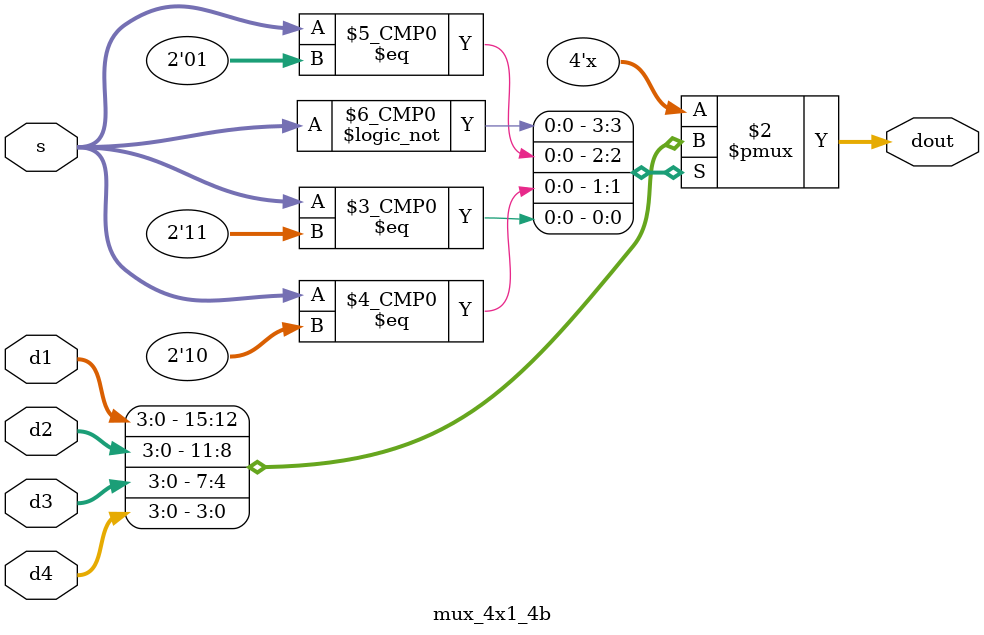
<source format=v>
module mux_4x1_4b(dout,d1,d2,d3,d4,s);
	output reg [3:0] dout;
	input [3:0] d1,d2,d3,d4;
	input [1:0] s;
	always @(*)
		begin
			case (s)
				2'b00: dout<=d1;
				2'b01: dout<=d2;
				2'b10: dout<=d3;
				2'b11: dout<=d4;
				default: dout<=4'd0;
			endcase
		end
endmodule


</source>
